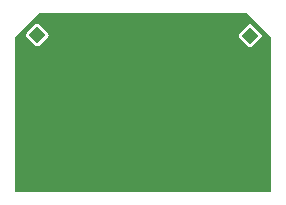
<source format=gbr>
%TF.GenerationSoftware,KiCad,Pcbnew,7.0.6*%
%TF.CreationDate,2023-09-26T13:20:30-07:00*%
%TF.ProjectId,snes_trigger_membranes,736e6573-5f74-4726-9967-6765725f6d65,rev?*%
%TF.SameCoordinates,Original*%
%TF.FileFunction,Copper,L2,Bot*%
%TF.FilePolarity,Positive*%
%FSLAX46Y46*%
G04 Gerber Fmt 4.6, Leading zero omitted, Abs format (unit mm)*
G04 Created by KiCad (PCBNEW 7.0.6) date 2023-09-26 13:20:30*
%MOMM*%
%LPD*%
G01*
G04 APERTURE LIST*
G04 Aperture macros list*
%AMRotRect*
0 Rectangle, with rotation*
0 The origin of the aperture is its center*
0 $1 length*
0 $2 width*
0 $3 Rotation angle, in degrees counterclockwise*
0 Add horizontal line*
21,1,$1,$2,0,0,$3*%
G04 Aperture macros list end*
%TA.AperFunction,ComponentPad*%
%ADD10RotRect,1.000000X1.000000X45.000000*%
%TD*%
%TA.AperFunction,ComponentPad*%
%ADD11RotRect,1.000000X1.000000X315.000000*%
%TD*%
G04 APERTURE END LIST*
D10*
%TO.P,J1,1,Pin_1*%
%TO.N,Net-(J1-Pin_1)*%
X53797200Y-18592800D03*
%TD*%
D11*
%TO.P,J2,1,Pin_1*%
%TO.N,Net-(J2-Pin_1)*%
X71831200Y-18643600D03*
%TD*%
%TA.AperFunction,NonConductor*%
G36*
X71643469Y-16784185D02*
G01*
X71664111Y-16800819D01*
X73591181Y-18727888D01*
X73624666Y-18789211D01*
X73627500Y-18815569D01*
X73627500Y-31739500D01*
X73607815Y-31806539D01*
X73555011Y-31852294D01*
X73503500Y-31863500D01*
X52052963Y-31863500D01*
X51985924Y-31843815D01*
X51940169Y-31791011D01*
X51928963Y-31739500D01*
X51928963Y-18815568D01*
X51948648Y-18748529D01*
X51965277Y-18727892D01*
X52100367Y-18592802D01*
X52834685Y-18592802D01*
X52854125Y-18690539D01*
X52854126Y-18690541D01*
X52878937Y-18727671D01*
X52895516Y-18752483D01*
X52895519Y-18752486D01*
X52895522Y-18752490D01*
X53637510Y-19494478D01*
X53637513Y-19494480D01*
X53637517Y-19494484D01*
X53674647Y-19519294D01*
X53699458Y-19535873D01*
X53699460Y-19535874D01*
X53797198Y-19555315D01*
X53797200Y-19555315D01*
X53797202Y-19555315D01*
X53894939Y-19535874D01*
X53894941Y-19535873D01*
X53894941Y-19535872D01*
X53956883Y-19494484D01*
X54698884Y-18752483D01*
X54740273Y-18690541D01*
X54740274Y-18690539D01*
X54749610Y-18643602D01*
X70868685Y-18643602D01*
X70888125Y-18741339D01*
X70888126Y-18741341D01*
X70912937Y-18778471D01*
X70929516Y-18803283D01*
X70929519Y-18803286D01*
X70929522Y-18803290D01*
X71671510Y-19545278D01*
X71671513Y-19545280D01*
X71671517Y-19545284D01*
X71708647Y-19570094D01*
X71733458Y-19586673D01*
X71733460Y-19586674D01*
X71831198Y-19606115D01*
X71831200Y-19606115D01*
X71831202Y-19606115D01*
X71928939Y-19586674D01*
X71928941Y-19586673D01*
X71990883Y-19545284D01*
X72732884Y-18803283D01*
X72774273Y-18741341D01*
X72774274Y-18741339D01*
X72793715Y-18643602D01*
X72793715Y-18643597D01*
X72774274Y-18545860D01*
X72774273Y-18545858D01*
X72757694Y-18521047D01*
X72732884Y-18483917D01*
X72732880Y-18483913D01*
X72732877Y-18483909D01*
X71990890Y-17741922D01*
X71990886Y-17741919D01*
X71990883Y-17741916D01*
X71966071Y-17725337D01*
X71928941Y-17700526D01*
X71928939Y-17700525D01*
X71831202Y-17681085D01*
X71831198Y-17681085D01*
X71733460Y-17700525D01*
X71733458Y-17700526D01*
X71671517Y-17741916D01*
X71671509Y-17741922D01*
X70929522Y-18483909D01*
X70929516Y-18483917D01*
X70888126Y-18545858D01*
X70888125Y-18545860D01*
X70868685Y-18643597D01*
X70868685Y-18643602D01*
X54749610Y-18643602D01*
X54759715Y-18592802D01*
X54759715Y-18592797D01*
X54740274Y-18495060D01*
X54740273Y-18495058D01*
X54723694Y-18470247D01*
X54698884Y-18433117D01*
X54698880Y-18433113D01*
X54698878Y-18433110D01*
X53956890Y-17691122D01*
X53956886Y-17691119D01*
X53956883Y-17691116D01*
X53932071Y-17674537D01*
X53894941Y-17649726D01*
X53894939Y-17649725D01*
X53797202Y-17630285D01*
X53797198Y-17630285D01*
X53699460Y-17649725D01*
X53699458Y-17649726D01*
X53637517Y-17691116D01*
X53637509Y-17691122D01*
X52895522Y-18433109D01*
X52895516Y-18433117D01*
X52854126Y-18495058D01*
X52854125Y-18495060D01*
X52834685Y-18592797D01*
X52834685Y-18592802D01*
X52100367Y-18592802D01*
X53892351Y-16800819D01*
X53953674Y-16767334D01*
X53980032Y-16764500D01*
X71576430Y-16764500D01*
X71643469Y-16784185D01*
G37*
%TD.AperFunction*%
M02*

</source>
